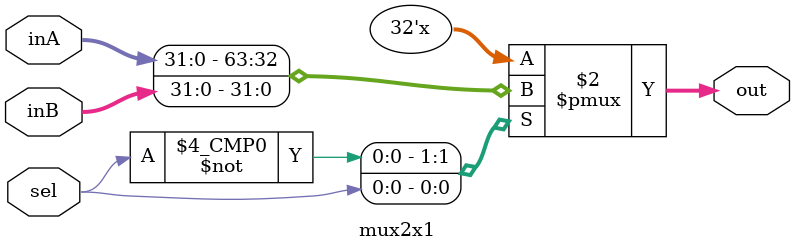
<source format=v>
module mux2x1(
    input               sel,
    input       [31:0]  inA,
    input       [31:0]  inB,
    output  reg [31:0]  out
);

always @* begin
    case (sel)
        1'b0: out = inA;
        1'b1: out = inB;
    endcase
end

endmodule
</source>
